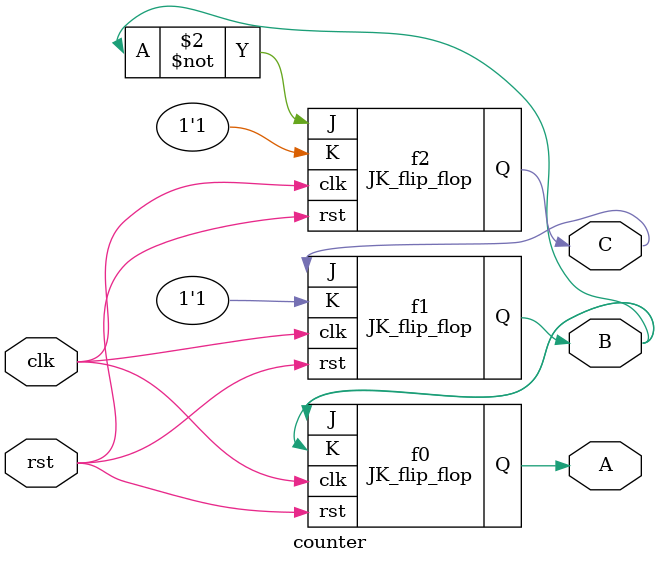
<source format=v>
module JK_flip_flop(Q,J,K,clk,rst);
    output reg Q;
    input J,K,clk,rst;
    always@(posedge clk,negedge rst)
        if(rst==0) Q<=0;
        else
            case({J,K})
                2'b00:Q<=Q;
                2'b01:Q<=0;
                2'b10:Q<=1;
                2'b11:Q<=(~Q);
            endcase
endmodule

module counter(
    output A,B,C,
    input clk,rst
);
    JK_flip_flop f0(A,B,B,clk,rst);
    JK_flip_flop f1(B,C,1,clk,rst);
    JK_flip_flop f2(C,~B,1,clk,rst);
endmodule
</source>
